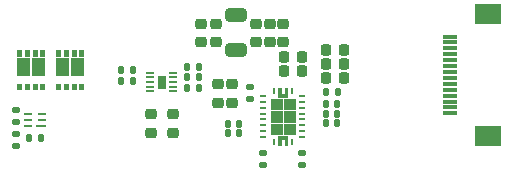
<source format=gbr>
%TF.GenerationSoftware,KiCad,Pcbnew,(5.99.0-12889-g70df3822b5)*%
%TF.CreationDate,2021-11-07T20:36:39+08:00*%
%TF.ProjectId,WirelessPower,57697265-6c65-4737-9350-6f7765722e6b,rev?*%
%TF.SameCoordinates,Original*%
%TF.FileFunction,Paste,Top*%
%TF.FilePolarity,Positive*%
%FSLAX46Y46*%
G04 Gerber Fmt 4.6, Leading zero omitted, Abs format (unit mm)*
G04 Created by KiCad (PCBNEW (5.99.0-12889-g70df3822b5)) date 2021-11-07 20:36:39*
%MOMM*%
%LPD*%
G01*
G04 APERTURE LIST*
G04 Aperture macros list*
%AMRoundRect*
0 Rectangle with rounded corners*
0 $1 Rounding radius*
0 $2 $3 $4 $5 $6 $7 $8 $9 X,Y pos of 4 corners*
0 Add a 4 corners polygon primitive as box body*
4,1,4,$2,$3,$4,$5,$6,$7,$8,$9,$2,$3,0*
0 Add four circle primitives for the rounded corners*
1,1,$1+$1,$2,$3*
1,1,$1+$1,$4,$5*
1,1,$1+$1,$6,$7*
1,1,$1+$1,$8,$9*
0 Add four rect primitives between the rounded corners*
20,1,$1+$1,$2,$3,$4,$5,0*
20,1,$1+$1,$4,$5,$6,$7,0*
20,1,$1+$1,$6,$7,$8,$9,0*
20,1,$1+$1,$8,$9,$2,$3,0*%
G04 Aperture macros list end*
%ADD10C,0.010000*%
%ADD11R,0.760000X0.220000*%
%ADD12R,0.240000X0.600000*%
%ADD13R,0.600000X0.240000*%
%ADD14RoundRect,0.225000X0.225000X0.250000X-0.225000X0.250000X-0.225000X-0.250000X0.225000X-0.250000X0*%
%ADD15RoundRect,0.225000X-0.250000X0.225000X-0.250000X-0.225000X0.250000X-0.225000X0.250000X0.225000X0*%
%ADD16RoundRect,0.225000X-0.225000X-0.250000X0.225000X-0.250000X0.225000X0.250000X-0.225000X0.250000X0*%
%ADD17RoundRect,0.249999X-0.650001X0.325001X-0.650001X-0.325001X0.650001X-0.325001X0.650001X0.325001X0*%
%ADD18R,1.300000X0.300000*%
%ADD19R,2.200000X1.800000*%
%ADD20RoundRect,0.140000X-0.140000X-0.170000X0.140000X-0.170000X0.140000X0.170000X-0.140000X0.170000X0*%
%ADD21RoundRect,0.140000X-0.170000X0.140000X-0.170000X-0.140000X0.170000X-0.140000X0.170000X0.140000X0*%
%ADD22RoundRect,0.135000X-0.135000X-0.185000X0.135000X-0.185000X0.135000X0.185000X-0.135000X0.185000X0*%
%ADD23RoundRect,0.135000X0.135000X0.185000X-0.135000X0.185000X-0.135000X-0.185000X0.135000X-0.185000X0*%
%ADD24RoundRect,0.135000X-0.185000X0.135000X-0.185000X-0.135000X0.185000X-0.135000X0.185000X0.135000X0*%
%ADD25RoundRect,0.135000X0.185000X-0.135000X0.185000X0.135000X-0.185000X0.135000X-0.185000X-0.135000X0*%
%ADD26RoundRect,0.225000X0.250000X-0.225000X0.250000X0.225000X-0.250000X0.225000X-0.250000X-0.225000X0*%
%ADD27RoundRect,0.140000X0.170000X-0.140000X0.170000X0.140000X-0.170000X0.140000X-0.170000X-0.140000X0*%
%ADD28R,0.850000X0.280000*%
%ADD29R,0.750000X0.280000*%
G04 APERTURE END LIST*
D10*
%TO.C,U5*%
X154055000Y-117034999D02*
X153485000Y-117034999D01*
X153485000Y-117034999D02*
X153485000Y-116084999D01*
X153485000Y-116084999D02*
X154055000Y-116084999D01*
X154055000Y-116084999D02*
X154055000Y-117034999D01*
G36*
X154055000Y-117034999D02*
G01*
X153485000Y-117034999D01*
X153485000Y-116084999D01*
X154055000Y-116084999D01*
X154055000Y-117034999D01*
G37*
X154055000Y-117034999D02*
X153485000Y-117034999D01*
X153485000Y-116084999D01*
X154055000Y-116084999D01*
X154055000Y-117034999D01*
%TO.C,U4*%
X142855000Y-115990000D02*
X142855000Y-114545000D01*
X142855000Y-114545000D02*
X143875000Y-114545000D01*
X143875000Y-114545000D02*
X143875000Y-115990000D01*
X143875000Y-115990000D02*
X142855000Y-115990000D01*
G36*
X143875000Y-115990000D02*
G01*
X142855000Y-115990000D01*
X142855000Y-114545000D01*
X143875000Y-114545000D01*
X143875000Y-115990000D01*
G37*
X143875000Y-115990000D02*
X142855000Y-115990000D01*
X142855000Y-114545000D01*
X143875000Y-114545000D01*
X143875000Y-115990000D01*
X141585000Y-117190000D02*
X141585000Y-116740000D01*
X141585000Y-116740000D02*
X141925000Y-116740000D01*
X141925000Y-116740000D02*
X141925000Y-117190000D01*
X141925000Y-117190000D02*
X141585000Y-117190000D01*
G36*
X141925000Y-117190000D02*
G01*
X141585000Y-117190000D01*
X141585000Y-116740000D01*
X141925000Y-116740000D01*
X141925000Y-117190000D01*
G37*
X141925000Y-117190000D02*
X141585000Y-117190000D01*
X141585000Y-116740000D01*
X141925000Y-116740000D01*
X141925000Y-117190000D01*
X142235000Y-117190000D02*
X142235000Y-116740000D01*
X142235000Y-116740000D02*
X142575000Y-116740000D01*
X142575000Y-116740000D02*
X142575000Y-117190000D01*
X142575000Y-117190000D02*
X142235000Y-117190000D01*
G36*
X142575000Y-117190000D02*
G01*
X142235000Y-117190000D01*
X142235000Y-116740000D01*
X142575000Y-116740000D01*
X142575000Y-117190000D01*
G37*
X142575000Y-117190000D02*
X142235000Y-117190000D01*
X142235000Y-116740000D01*
X142575000Y-116740000D01*
X142575000Y-117190000D01*
X143535000Y-117190000D02*
X143535000Y-116740000D01*
X143535000Y-116740000D02*
X143875000Y-116740000D01*
X143875000Y-116740000D02*
X143875000Y-117190000D01*
X143875000Y-117190000D02*
X143535000Y-117190000D01*
G36*
X143875000Y-117190000D02*
G01*
X143535000Y-117190000D01*
X143535000Y-116740000D01*
X143875000Y-116740000D01*
X143875000Y-117190000D01*
G37*
X143875000Y-117190000D02*
X143535000Y-117190000D01*
X143535000Y-116740000D01*
X143875000Y-116740000D01*
X143875000Y-117190000D01*
X142885000Y-117190000D02*
X142885000Y-116740000D01*
X142885000Y-116740000D02*
X143225000Y-116740000D01*
X143225000Y-116740000D02*
X143225000Y-117190000D01*
X143225000Y-117190000D02*
X142885000Y-117190000D01*
G36*
X143225000Y-117190000D02*
G01*
X142885000Y-117190000D01*
X142885000Y-116740000D01*
X143225000Y-116740000D01*
X143225000Y-117190000D01*
G37*
X143225000Y-117190000D02*
X142885000Y-117190000D01*
X142885000Y-116740000D01*
X143225000Y-116740000D01*
X143225000Y-117190000D01*
X143535000Y-114320000D02*
X143535000Y-113870000D01*
X143535000Y-113870000D02*
X143875000Y-113870000D01*
X143875000Y-113870000D02*
X143875000Y-114320000D01*
X143875000Y-114320000D02*
X143535000Y-114320000D01*
G36*
X143875000Y-114320000D02*
G01*
X143535000Y-114320000D01*
X143535000Y-113870000D01*
X143875000Y-113870000D01*
X143875000Y-114320000D01*
G37*
X143875000Y-114320000D02*
X143535000Y-114320000D01*
X143535000Y-113870000D01*
X143875000Y-113870000D01*
X143875000Y-114320000D01*
X142885000Y-114320000D02*
X142885000Y-113870000D01*
X142885000Y-113870000D02*
X143225000Y-113870000D01*
X143225000Y-113870000D02*
X143225000Y-114320000D01*
X143225000Y-114320000D02*
X142885000Y-114320000D01*
G36*
X143225000Y-114320000D02*
G01*
X142885000Y-114320000D01*
X142885000Y-113870000D01*
X143225000Y-113870000D01*
X143225000Y-114320000D01*
G37*
X143225000Y-114320000D02*
X142885000Y-114320000D01*
X142885000Y-113870000D01*
X143225000Y-113870000D01*
X143225000Y-114320000D01*
X141585000Y-114320000D02*
X141585000Y-113870000D01*
X141585000Y-113870000D02*
X141925000Y-113870000D01*
X141925000Y-113870000D02*
X141925000Y-114320000D01*
X141925000Y-114320000D02*
X141585000Y-114320000D01*
G36*
X141925000Y-114320000D02*
G01*
X141585000Y-114320000D01*
X141585000Y-113870000D01*
X141925000Y-113870000D01*
X141925000Y-114320000D01*
G37*
X141925000Y-114320000D02*
X141585000Y-114320000D01*
X141585000Y-113870000D01*
X141925000Y-113870000D01*
X141925000Y-114320000D01*
X142235000Y-114320000D02*
X142235000Y-113870000D01*
X142235000Y-113870000D02*
X142575000Y-113870000D01*
X142575000Y-113870000D02*
X142575000Y-114320000D01*
X142575000Y-114320000D02*
X142235000Y-114320000D01*
G36*
X142575000Y-114320000D02*
G01*
X142235000Y-114320000D01*
X142235000Y-113870000D01*
X142575000Y-113870000D01*
X142575000Y-114320000D01*
G37*
X142575000Y-114320000D02*
X142235000Y-114320000D01*
X142235000Y-113870000D01*
X142575000Y-113870000D01*
X142575000Y-114320000D01*
X141585000Y-115990000D02*
X141585000Y-114545000D01*
X141585000Y-114545000D02*
X142605000Y-114545000D01*
X142605000Y-114545000D02*
X142605000Y-115990000D01*
X142605000Y-115990000D02*
X141585000Y-115990000D01*
G36*
X142605000Y-115990000D02*
G01*
X141585000Y-115990000D01*
X141585000Y-114545000D01*
X142605000Y-114545000D01*
X142605000Y-115990000D01*
G37*
X142605000Y-115990000D02*
X141585000Y-115990000D01*
X141585000Y-114545000D01*
X142605000Y-114545000D01*
X142605000Y-115990000D01*
%TO.C,U3*%
X144895000Y-115989999D02*
X144895000Y-114544999D01*
X144895000Y-114544999D02*
X145915000Y-114544999D01*
X145915000Y-114544999D02*
X145915000Y-115989999D01*
X145915000Y-115989999D02*
X144895000Y-115989999D01*
G36*
X145915000Y-115989999D02*
G01*
X144895000Y-115989999D01*
X144895000Y-114544999D01*
X145915000Y-114544999D01*
X145915000Y-115989999D01*
G37*
X145915000Y-115989999D02*
X144895000Y-115989999D01*
X144895000Y-114544999D01*
X145915000Y-114544999D01*
X145915000Y-115989999D01*
X145545000Y-114319999D02*
X145545000Y-113869999D01*
X145545000Y-113869999D02*
X145885000Y-113869999D01*
X145885000Y-113869999D02*
X145885000Y-114319999D01*
X145885000Y-114319999D02*
X145545000Y-114319999D01*
G36*
X145885000Y-114319999D02*
G01*
X145545000Y-114319999D01*
X145545000Y-113869999D01*
X145885000Y-113869999D01*
X145885000Y-114319999D01*
G37*
X145885000Y-114319999D02*
X145545000Y-114319999D01*
X145545000Y-113869999D01*
X145885000Y-113869999D01*
X145885000Y-114319999D01*
X144895000Y-114319999D02*
X144895000Y-113869999D01*
X144895000Y-113869999D02*
X145235000Y-113869999D01*
X145235000Y-113869999D02*
X145235000Y-114319999D01*
X145235000Y-114319999D02*
X144895000Y-114319999D01*
G36*
X145235000Y-114319999D02*
G01*
X144895000Y-114319999D01*
X144895000Y-113869999D01*
X145235000Y-113869999D01*
X145235000Y-114319999D01*
G37*
X145235000Y-114319999D02*
X144895000Y-114319999D01*
X144895000Y-113869999D01*
X145235000Y-113869999D01*
X145235000Y-114319999D01*
X146195000Y-114319999D02*
X146195000Y-113869999D01*
X146195000Y-113869999D02*
X146535000Y-113869999D01*
X146535000Y-113869999D02*
X146535000Y-114319999D01*
X146535000Y-114319999D02*
X146195000Y-114319999D01*
G36*
X146535000Y-114319999D02*
G01*
X146195000Y-114319999D01*
X146195000Y-113869999D01*
X146535000Y-113869999D01*
X146535000Y-114319999D01*
G37*
X146535000Y-114319999D02*
X146195000Y-114319999D01*
X146195000Y-113869999D01*
X146535000Y-113869999D01*
X146535000Y-114319999D01*
X146845000Y-114319999D02*
X146845000Y-113869999D01*
X146845000Y-113869999D02*
X147185000Y-113869999D01*
X147185000Y-113869999D02*
X147185000Y-114319999D01*
X147185000Y-114319999D02*
X146845000Y-114319999D01*
G36*
X147185000Y-114319999D02*
G01*
X146845000Y-114319999D01*
X146845000Y-113869999D01*
X147185000Y-113869999D01*
X147185000Y-114319999D01*
G37*
X147185000Y-114319999D02*
X146845000Y-114319999D01*
X146845000Y-113869999D01*
X147185000Y-113869999D01*
X147185000Y-114319999D01*
X146195000Y-117189999D02*
X146195000Y-116739999D01*
X146195000Y-116739999D02*
X146535000Y-116739999D01*
X146535000Y-116739999D02*
X146535000Y-117189999D01*
X146535000Y-117189999D02*
X146195000Y-117189999D01*
G36*
X146535000Y-117189999D02*
G01*
X146195000Y-117189999D01*
X146195000Y-116739999D01*
X146535000Y-116739999D01*
X146535000Y-117189999D01*
G37*
X146535000Y-117189999D02*
X146195000Y-117189999D01*
X146195000Y-116739999D01*
X146535000Y-116739999D01*
X146535000Y-117189999D01*
X146845000Y-117189999D02*
X146845000Y-116739999D01*
X146845000Y-116739999D02*
X147185000Y-116739999D01*
X147185000Y-116739999D02*
X147185000Y-117189999D01*
X147185000Y-117189999D02*
X146845000Y-117189999D01*
G36*
X147185000Y-117189999D02*
G01*
X146845000Y-117189999D01*
X146845000Y-116739999D01*
X147185000Y-116739999D01*
X147185000Y-117189999D01*
G37*
X147185000Y-117189999D02*
X146845000Y-117189999D01*
X146845000Y-116739999D01*
X147185000Y-116739999D01*
X147185000Y-117189999D01*
X145545000Y-117189999D02*
X145545000Y-116739999D01*
X145545000Y-116739999D02*
X145885000Y-116739999D01*
X145885000Y-116739999D02*
X145885000Y-117189999D01*
X145885000Y-117189999D02*
X145545000Y-117189999D01*
G36*
X145885000Y-117189999D02*
G01*
X145545000Y-117189999D01*
X145545000Y-116739999D01*
X145885000Y-116739999D01*
X145885000Y-117189999D01*
G37*
X145885000Y-117189999D02*
X145545000Y-117189999D01*
X145545000Y-116739999D01*
X145885000Y-116739999D01*
X145885000Y-117189999D01*
X144895000Y-117189999D02*
X144895000Y-116739999D01*
X144895000Y-116739999D02*
X145235000Y-116739999D01*
X145235000Y-116739999D02*
X145235000Y-117189999D01*
X145235000Y-117189999D02*
X144895000Y-117189999D01*
G36*
X145235000Y-117189999D02*
G01*
X144895000Y-117189999D01*
X144895000Y-116739999D01*
X145235000Y-116739999D01*
X145235000Y-117189999D01*
G37*
X145235000Y-117189999D02*
X144895000Y-117189999D01*
X144895000Y-116739999D01*
X145235000Y-116739999D01*
X145235000Y-117189999D01*
X146165000Y-115989999D02*
X146165000Y-114544999D01*
X146165000Y-114544999D02*
X147185000Y-114544999D01*
X147185000Y-114544999D02*
X147185000Y-115989999D01*
X147185000Y-115989999D02*
X146165000Y-115989999D01*
G36*
X147185000Y-115989999D02*
G01*
X146165000Y-115989999D01*
X146165000Y-114544999D01*
X147185000Y-114544999D01*
X147185000Y-115989999D01*
G37*
X147185000Y-115989999D02*
X146165000Y-115989999D01*
X146165000Y-114544999D01*
X147185000Y-114544999D01*
X147185000Y-115989999D01*
%TO.C,U2*%
X164445000Y-121155000D02*
X164445000Y-121880000D01*
X164445000Y-121880000D02*
X164444931Y-121882617D01*
X164444931Y-121882617D02*
X164444726Y-121885226D01*
X164444726Y-121885226D02*
X164444384Y-121887822D01*
X164444384Y-121887822D02*
X164443907Y-121890396D01*
X164443907Y-121890396D02*
X164443296Y-121892941D01*
X164443296Y-121892941D02*
X164442553Y-121895451D01*
X164442553Y-121895451D02*
X164441679Y-121897918D01*
X164441679Y-121897918D02*
X164440677Y-121900337D01*
X164440677Y-121900337D02*
X164439550Y-121902700D01*
X164439550Y-121902700D02*
X164438301Y-121905000D01*
X164438301Y-121905000D02*
X164436934Y-121907232D01*
X164436934Y-121907232D02*
X164435451Y-121909389D01*
X164435451Y-121909389D02*
X164433857Y-121911466D01*
X164433857Y-121911466D02*
X164432157Y-121913457D01*
X164432157Y-121913457D02*
X164430355Y-121915355D01*
X164430355Y-121915355D02*
X164428457Y-121917157D01*
X164428457Y-121917157D02*
X164426466Y-121918857D01*
X164426466Y-121918857D02*
X164424389Y-121920451D01*
X164424389Y-121920451D02*
X164422232Y-121921934D01*
X164422232Y-121921934D02*
X164420000Y-121923301D01*
X164420000Y-121923301D02*
X164417700Y-121924550D01*
X164417700Y-121924550D02*
X164415337Y-121925677D01*
X164415337Y-121925677D02*
X164412918Y-121926679D01*
X164412918Y-121926679D02*
X164410451Y-121927553D01*
X164410451Y-121927553D02*
X164407941Y-121928296D01*
X164407941Y-121928296D02*
X164405396Y-121928907D01*
X164405396Y-121928907D02*
X164402822Y-121929384D01*
X164402822Y-121929384D02*
X164400226Y-121929726D01*
X164400226Y-121929726D02*
X164397617Y-121929931D01*
X164397617Y-121929931D02*
X164395000Y-121930000D01*
X164395000Y-121930000D02*
X164295000Y-121930000D01*
X164295000Y-121930000D02*
X164292383Y-121929931D01*
X164292383Y-121929931D02*
X164289774Y-121929726D01*
X164289774Y-121929726D02*
X164287178Y-121929384D01*
X164287178Y-121929384D02*
X164284604Y-121928907D01*
X164284604Y-121928907D02*
X164282059Y-121928296D01*
X164282059Y-121928296D02*
X164279549Y-121927553D01*
X164279549Y-121927553D02*
X164277082Y-121926679D01*
X164277082Y-121926679D02*
X164274663Y-121925677D01*
X164274663Y-121925677D02*
X164272300Y-121924550D01*
X164272300Y-121924550D02*
X164270000Y-121923301D01*
X164270000Y-121923301D02*
X164267768Y-121921934D01*
X164267768Y-121921934D02*
X164265611Y-121920451D01*
X164265611Y-121920451D02*
X164263534Y-121918857D01*
X164263534Y-121918857D02*
X164261543Y-121917157D01*
X164261543Y-121917157D02*
X164259645Y-121915355D01*
X164259645Y-121915355D02*
X164257843Y-121913457D01*
X164257843Y-121913457D02*
X164256143Y-121911466D01*
X164256143Y-121911466D02*
X164254549Y-121909389D01*
X164254549Y-121909389D02*
X164253066Y-121907232D01*
X164253066Y-121907232D02*
X164251699Y-121905000D01*
X164251699Y-121905000D02*
X164250450Y-121902700D01*
X164250450Y-121902700D02*
X164249323Y-121900337D01*
X164249323Y-121900337D02*
X164248321Y-121897918D01*
X164248321Y-121897918D02*
X164247447Y-121895451D01*
X164247447Y-121895451D02*
X164246704Y-121892941D01*
X164246704Y-121892941D02*
X164246093Y-121890396D01*
X164246093Y-121890396D02*
X164245616Y-121887822D01*
X164245616Y-121887822D02*
X164245274Y-121885226D01*
X164245274Y-121885226D02*
X164245069Y-121882617D01*
X164245069Y-121882617D02*
X164245000Y-121880000D01*
X164245000Y-121880000D02*
X164245000Y-121405000D01*
X164245000Y-121405000D02*
X163895000Y-121405000D01*
X163895000Y-121405000D02*
X163895000Y-121880000D01*
X163895000Y-121880000D02*
X163894931Y-121882617D01*
X163894931Y-121882617D02*
X163894726Y-121885226D01*
X163894726Y-121885226D02*
X163894384Y-121887822D01*
X163894384Y-121887822D02*
X163893907Y-121890396D01*
X163893907Y-121890396D02*
X163893296Y-121892941D01*
X163893296Y-121892941D02*
X163892553Y-121895451D01*
X163892553Y-121895451D02*
X163891679Y-121897918D01*
X163891679Y-121897918D02*
X163890677Y-121900337D01*
X163890677Y-121900337D02*
X163889550Y-121902700D01*
X163889550Y-121902700D02*
X163888301Y-121905000D01*
X163888301Y-121905000D02*
X163886934Y-121907232D01*
X163886934Y-121907232D02*
X163885451Y-121909389D01*
X163885451Y-121909389D02*
X163883857Y-121911466D01*
X163883857Y-121911466D02*
X163882157Y-121913457D01*
X163882157Y-121913457D02*
X163880355Y-121915355D01*
X163880355Y-121915355D02*
X163878457Y-121917157D01*
X163878457Y-121917157D02*
X163876466Y-121918857D01*
X163876466Y-121918857D02*
X163874389Y-121920451D01*
X163874389Y-121920451D02*
X163872232Y-121921934D01*
X163872232Y-121921934D02*
X163870000Y-121923301D01*
X163870000Y-121923301D02*
X163867700Y-121924550D01*
X163867700Y-121924550D02*
X163865337Y-121925677D01*
X163865337Y-121925677D02*
X163862918Y-121926679D01*
X163862918Y-121926679D02*
X163860451Y-121927553D01*
X163860451Y-121927553D02*
X163857941Y-121928296D01*
X163857941Y-121928296D02*
X163855396Y-121928907D01*
X163855396Y-121928907D02*
X163852822Y-121929384D01*
X163852822Y-121929384D02*
X163850226Y-121929726D01*
X163850226Y-121929726D02*
X163847617Y-121929931D01*
X163847617Y-121929931D02*
X163845000Y-121930000D01*
X163845000Y-121930000D02*
X163745000Y-121930000D01*
X163745000Y-121930000D02*
X163742383Y-121929931D01*
X163742383Y-121929931D02*
X163739774Y-121929726D01*
X163739774Y-121929726D02*
X163737178Y-121929384D01*
X163737178Y-121929384D02*
X163734604Y-121928907D01*
X163734604Y-121928907D02*
X163732059Y-121928296D01*
X163732059Y-121928296D02*
X163729549Y-121927553D01*
X163729549Y-121927553D02*
X163727082Y-121926679D01*
X163727082Y-121926679D02*
X163724663Y-121925677D01*
X163724663Y-121925677D02*
X163722300Y-121924550D01*
X163722300Y-121924550D02*
X163720000Y-121923301D01*
X163720000Y-121923301D02*
X163717768Y-121921934D01*
X163717768Y-121921934D02*
X163715611Y-121920451D01*
X163715611Y-121920451D02*
X163713534Y-121918857D01*
X163713534Y-121918857D02*
X163711543Y-121917157D01*
X163711543Y-121917157D02*
X163709645Y-121915355D01*
X163709645Y-121915355D02*
X163707843Y-121913457D01*
X163707843Y-121913457D02*
X163706143Y-121911466D01*
X163706143Y-121911466D02*
X163704549Y-121909389D01*
X163704549Y-121909389D02*
X163703066Y-121907232D01*
X163703066Y-121907232D02*
X163701699Y-121905000D01*
X163701699Y-121905000D02*
X163700450Y-121902700D01*
X163700450Y-121902700D02*
X163699323Y-121900337D01*
X163699323Y-121900337D02*
X163698321Y-121897918D01*
X163698321Y-121897918D02*
X163697447Y-121895451D01*
X163697447Y-121895451D02*
X163696704Y-121892941D01*
X163696704Y-121892941D02*
X163696093Y-121890396D01*
X163696093Y-121890396D02*
X163695616Y-121887822D01*
X163695616Y-121887822D02*
X163695274Y-121885226D01*
X163695274Y-121885226D02*
X163695069Y-121882617D01*
X163695069Y-121882617D02*
X163695000Y-121880000D01*
X163695000Y-121880000D02*
X163695000Y-121155000D01*
X163695000Y-121155000D02*
X164445000Y-121155000D01*
X164445000Y-121155000D02*
X164445000Y-121155000D01*
G36*
X164445000Y-121880000D02*
G01*
X164444931Y-121882617D01*
X164444726Y-121885226D01*
X164444384Y-121887822D01*
X164443907Y-121890396D01*
X164443296Y-121892941D01*
X164442553Y-121895451D01*
X164441679Y-121897918D01*
X164440677Y-121900337D01*
X164439550Y-121902700D01*
X164438301Y-121905000D01*
X164436934Y-121907232D01*
X164435451Y-121909389D01*
X164433857Y-121911466D01*
X164432157Y-121913457D01*
X164430355Y-121915355D01*
X164428457Y-121917157D01*
X164426466Y-121918857D01*
X164424389Y-121920451D01*
X164422232Y-121921934D01*
X164420000Y-121923301D01*
X164417700Y-121924550D01*
X164415337Y-121925677D01*
X164412918Y-121926679D01*
X164410451Y-121927553D01*
X164407941Y-121928296D01*
X164405396Y-121928907D01*
X164402822Y-121929384D01*
X164400226Y-121929726D01*
X164397617Y-121929931D01*
X164395000Y-121930000D01*
X164295000Y-121930000D01*
X164292383Y-121929931D01*
X164289774Y-121929726D01*
X164287178Y-121929384D01*
X164284604Y-121928907D01*
X164282059Y-121928296D01*
X164279549Y-121927553D01*
X164277082Y-121926679D01*
X164274663Y-121925677D01*
X164272300Y-121924550D01*
X164270000Y-121923301D01*
X164267768Y-121921934D01*
X164265611Y-121920451D01*
X164263534Y-121918857D01*
X164261543Y-121917157D01*
X164259645Y-121915355D01*
X164257843Y-121913457D01*
X164256143Y-121911466D01*
X164254549Y-121909389D01*
X164253066Y-121907232D01*
X164251699Y-121905000D01*
X164250450Y-121902700D01*
X164249323Y-121900337D01*
X164248321Y-121897918D01*
X164247447Y-121895451D01*
X164246704Y-121892941D01*
X164246093Y-121890396D01*
X164245616Y-121887822D01*
X164245274Y-121885226D01*
X164245069Y-121882617D01*
X164245000Y-121880000D01*
X164245000Y-121405000D01*
X163895000Y-121405000D01*
X163895000Y-121880000D01*
X163894931Y-121882617D01*
X163894726Y-121885226D01*
X163894384Y-121887822D01*
X163893907Y-121890396D01*
X163893296Y-121892941D01*
X163892553Y-121895451D01*
X163891679Y-121897918D01*
X163890677Y-121900337D01*
X163889550Y-121902700D01*
X163888301Y-121905000D01*
X163886934Y-121907232D01*
X163885451Y-121909389D01*
X163883857Y-121911466D01*
X163882157Y-121913457D01*
X163880355Y-121915355D01*
X163878457Y-121917157D01*
X163876466Y-121918857D01*
X163874389Y-121920451D01*
X163872232Y-121921934D01*
X163870000Y-121923301D01*
X163867700Y-121924550D01*
X163865337Y-121925677D01*
X163862918Y-121926679D01*
X163860451Y-121927553D01*
X163857941Y-121928296D01*
X163855396Y-121928907D01*
X163852822Y-121929384D01*
X163850226Y-121929726D01*
X163847617Y-121929931D01*
X163845000Y-121930000D01*
X163745000Y-121930000D01*
X163742383Y-121929931D01*
X163739774Y-121929726D01*
X163737178Y-121929384D01*
X163734604Y-121928907D01*
X163732059Y-121928296D01*
X163729549Y-121927553D01*
X163727082Y-121926679D01*
X163724663Y-121925677D01*
X163722300Y-121924550D01*
X163720000Y-121923301D01*
X163717768Y-121921934D01*
X163715611Y-121920451D01*
X163713534Y-121918857D01*
X163711543Y-121917157D01*
X163709645Y-121915355D01*
X163707843Y-121913457D01*
X163706143Y-121911466D01*
X163704549Y-121909389D01*
X163703066Y-121907232D01*
X163701699Y-121905000D01*
X163700450Y-121902700D01*
X163699323Y-121900337D01*
X163698321Y-121897918D01*
X163697447Y-121895451D01*
X163696704Y-121892941D01*
X163696093Y-121890396D01*
X163695616Y-121887822D01*
X163695274Y-121885226D01*
X163695069Y-121882617D01*
X163695000Y-121880000D01*
X163695000Y-121155000D01*
X164445000Y-121155000D01*
X164445000Y-121880000D01*
G37*
X164445000Y-121880000D02*
X164444931Y-121882617D01*
X164444726Y-121885226D01*
X164444384Y-121887822D01*
X164443907Y-121890396D01*
X164443296Y-121892941D01*
X164442553Y-121895451D01*
X164441679Y-121897918D01*
X164440677Y-121900337D01*
X164439550Y-121902700D01*
X164438301Y-121905000D01*
X164436934Y-121907232D01*
X164435451Y-121909389D01*
X164433857Y-121911466D01*
X164432157Y-121913457D01*
X164430355Y-121915355D01*
X164428457Y-121917157D01*
X164426466Y-121918857D01*
X164424389Y-121920451D01*
X164422232Y-121921934D01*
X164420000Y-121923301D01*
X164417700Y-121924550D01*
X164415337Y-121925677D01*
X164412918Y-121926679D01*
X164410451Y-121927553D01*
X164407941Y-121928296D01*
X164405396Y-121928907D01*
X164402822Y-121929384D01*
X164400226Y-121929726D01*
X164397617Y-121929931D01*
X164395000Y-121930000D01*
X164295000Y-121930000D01*
X164292383Y-121929931D01*
X164289774Y-121929726D01*
X164287178Y-121929384D01*
X164284604Y-121928907D01*
X164282059Y-121928296D01*
X164279549Y-121927553D01*
X164277082Y-121926679D01*
X164274663Y-121925677D01*
X164272300Y-121924550D01*
X164270000Y-121923301D01*
X164267768Y-121921934D01*
X164265611Y-121920451D01*
X164263534Y-121918857D01*
X164261543Y-121917157D01*
X164259645Y-121915355D01*
X164257843Y-121913457D01*
X164256143Y-121911466D01*
X164254549Y-121909389D01*
X164253066Y-121907232D01*
X164251699Y-121905000D01*
X164250450Y-121902700D01*
X164249323Y-121900337D01*
X164248321Y-121897918D01*
X164247447Y-121895451D01*
X164246704Y-121892941D01*
X164246093Y-121890396D01*
X164245616Y-121887822D01*
X164245274Y-121885226D01*
X164245069Y-121882617D01*
X164245000Y-121880000D01*
X164245000Y-121405000D01*
X163895000Y-121405000D01*
X163895000Y-121880000D01*
X163894931Y-121882617D01*
X163894726Y-121885226D01*
X163894384Y-121887822D01*
X163893907Y-121890396D01*
X163893296Y-121892941D01*
X163892553Y-121895451D01*
X163891679Y-121897918D01*
X163890677Y-121900337D01*
X163889550Y-121902700D01*
X163888301Y-121905000D01*
X163886934Y-121907232D01*
X163885451Y-121909389D01*
X163883857Y-121911466D01*
X163882157Y-121913457D01*
X163880355Y-121915355D01*
X163878457Y-121917157D01*
X163876466Y-121918857D01*
X163874389Y-121920451D01*
X163872232Y-121921934D01*
X163870000Y-121923301D01*
X163867700Y-121924550D01*
X163865337Y-121925677D01*
X163862918Y-121926679D01*
X163860451Y-121927553D01*
X163857941Y-121928296D01*
X163855396Y-121928907D01*
X163852822Y-121929384D01*
X163850226Y-121929726D01*
X163847617Y-121929931D01*
X163845000Y-121930000D01*
X163745000Y-121930000D01*
X163742383Y-121929931D01*
X163739774Y-121929726D01*
X163737178Y-121929384D01*
X163734604Y-121928907D01*
X163732059Y-121928296D01*
X163729549Y-121927553D01*
X163727082Y-121926679D01*
X163724663Y-121925677D01*
X163722300Y-121924550D01*
X163720000Y-121923301D01*
X163717768Y-121921934D01*
X163715611Y-121920451D01*
X163713534Y-121918857D01*
X163711543Y-121917157D01*
X163709645Y-121915355D01*
X163707843Y-121913457D01*
X163706143Y-121911466D01*
X163704549Y-121909389D01*
X163703066Y-121907232D01*
X163701699Y-121905000D01*
X163700450Y-121902700D01*
X163699323Y-121900337D01*
X163698321Y-121897918D01*
X163697447Y-121895451D01*
X163696704Y-121892941D01*
X163696093Y-121890396D01*
X163695616Y-121887822D01*
X163695274Y-121885226D01*
X163695069Y-121882617D01*
X163695000Y-121880000D01*
X163695000Y-121155000D01*
X164445000Y-121155000D01*
X164445000Y-121880000D01*
X163695000Y-117805000D02*
X163695000Y-117080000D01*
X163695000Y-117080000D02*
X163695069Y-117077383D01*
X163695069Y-117077383D02*
X163695274Y-117074774D01*
X163695274Y-117074774D02*
X163695616Y-117072178D01*
X163695616Y-117072178D02*
X163696093Y-117069604D01*
X163696093Y-117069604D02*
X163696704Y-117067059D01*
X163696704Y-117067059D02*
X163697447Y-117064549D01*
X163697447Y-117064549D02*
X163698321Y-117062082D01*
X163698321Y-117062082D02*
X163699323Y-117059663D01*
X163699323Y-117059663D02*
X163700450Y-117057300D01*
X163700450Y-117057300D02*
X163701699Y-117055000D01*
X163701699Y-117055000D02*
X163703066Y-117052768D01*
X163703066Y-117052768D02*
X163704549Y-117050611D01*
X163704549Y-117050611D02*
X163706143Y-117048534D01*
X163706143Y-117048534D02*
X163707843Y-117046543D01*
X163707843Y-117046543D02*
X163709645Y-117044645D01*
X163709645Y-117044645D02*
X163711543Y-117042843D01*
X163711543Y-117042843D02*
X163713534Y-117041143D01*
X163713534Y-117041143D02*
X163715611Y-117039549D01*
X163715611Y-117039549D02*
X163717768Y-117038066D01*
X163717768Y-117038066D02*
X163720000Y-117036699D01*
X163720000Y-117036699D02*
X163722300Y-117035450D01*
X163722300Y-117035450D02*
X163724663Y-117034323D01*
X163724663Y-117034323D02*
X163727082Y-117033321D01*
X163727082Y-117033321D02*
X163729549Y-117032447D01*
X163729549Y-117032447D02*
X163732059Y-117031704D01*
X163732059Y-117031704D02*
X163734604Y-117031093D01*
X163734604Y-117031093D02*
X163737178Y-117030616D01*
X163737178Y-117030616D02*
X163739774Y-117030274D01*
X163739774Y-117030274D02*
X163742383Y-117030069D01*
X163742383Y-117030069D02*
X163745000Y-117030000D01*
X163745000Y-117030000D02*
X163845000Y-117030000D01*
X163845000Y-117030000D02*
X163847617Y-117030069D01*
X163847617Y-117030069D02*
X163850226Y-117030274D01*
X163850226Y-117030274D02*
X163852822Y-117030616D01*
X163852822Y-117030616D02*
X163855396Y-117031093D01*
X163855396Y-117031093D02*
X163857941Y-117031704D01*
X163857941Y-117031704D02*
X163860451Y-117032447D01*
X163860451Y-117032447D02*
X163862918Y-117033321D01*
X163862918Y-117033321D02*
X163865337Y-117034323D01*
X163865337Y-117034323D02*
X163867700Y-117035450D01*
X163867700Y-117035450D02*
X163870000Y-117036699D01*
X163870000Y-117036699D02*
X163872232Y-117038066D01*
X163872232Y-117038066D02*
X163874389Y-117039549D01*
X163874389Y-117039549D02*
X163876466Y-117041143D01*
X163876466Y-117041143D02*
X163878457Y-117042843D01*
X163878457Y-117042843D02*
X163880355Y-117044645D01*
X163880355Y-117044645D02*
X163882157Y-117046543D01*
X163882157Y-117046543D02*
X163883857Y-117048534D01*
X163883857Y-117048534D02*
X163885451Y-117050611D01*
X163885451Y-117050611D02*
X163886934Y-117052768D01*
X163886934Y-117052768D02*
X163888301Y-117055000D01*
X163888301Y-117055000D02*
X163889550Y-117057300D01*
X163889550Y-117057300D02*
X163890677Y-117059663D01*
X163890677Y-117059663D02*
X163891679Y-117062082D01*
X163891679Y-117062082D02*
X163892553Y-117064549D01*
X163892553Y-117064549D02*
X163893296Y-117067059D01*
X163893296Y-117067059D02*
X163893907Y-117069604D01*
X163893907Y-117069604D02*
X163894384Y-117072178D01*
X163894384Y-117072178D02*
X163894726Y-117074774D01*
X163894726Y-117074774D02*
X163894931Y-117077383D01*
X163894931Y-117077383D02*
X163895000Y-117080000D01*
X163895000Y-117080000D02*
X163895000Y-117555000D01*
X163895000Y-117555000D02*
X164245000Y-117555000D01*
X164245000Y-117555000D02*
X164245000Y-117080000D01*
X164245000Y-117080000D02*
X164245069Y-117077383D01*
X164245069Y-117077383D02*
X164245274Y-117074774D01*
X164245274Y-117074774D02*
X164245616Y-117072178D01*
X164245616Y-117072178D02*
X164246093Y-117069604D01*
X164246093Y-117069604D02*
X164246704Y-117067059D01*
X164246704Y-117067059D02*
X164247447Y-117064549D01*
X164247447Y-117064549D02*
X164248321Y-117062082D01*
X164248321Y-117062082D02*
X164249323Y-117059663D01*
X164249323Y-117059663D02*
X164250450Y-117057300D01*
X164250450Y-117057300D02*
X164251699Y-117055000D01*
X164251699Y-117055000D02*
X164253066Y-117052768D01*
X164253066Y-117052768D02*
X164254549Y-117050611D01*
X164254549Y-117050611D02*
X164256143Y-117048534D01*
X164256143Y-117048534D02*
X164257843Y-117046543D01*
X164257843Y-117046543D02*
X164259645Y-117044645D01*
X164259645Y-117044645D02*
X164261543Y-117042843D01*
X164261543Y-117042843D02*
X164263534Y-117041143D01*
X164263534Y-117041143D02*
X164265611Y-117039549D01*
X164265611Y-117039549D02*
X164267768Y-117038066D01*
X164267768Y-117038066D02*
X164270000Y-117036699D01*
X164270000Y-117036699D02*
X164272300Y-117035450D01*
X164272300Y-117035450D02*
X164274663Y-117034323D01*
X164274663Y-117034323D02*
X164277082Y-117033321D01*
X164277082Y-117033321D02*
X164279549Y-117032447D01*
X164279549Y-117032447D02*
X164282059Y-117031704D01*
X164282059Y-117031704D02*
X164284604Y-117031093D01*
X164284604Y-117031093D02*
X164287178Y-117030616D01*
X164287178Y-117030616D02*
X164289774Y-117030274D01*
X164289774Y-117030274D02*
X164292383Y-117030069D01*
X164292383Y-117030069D02*
X164295000Y-117030000D01*
X164295000Y-117030000D02*
X164395000Y-117030000D01*
X164395000Y-117030000D02*
X164397617Y-117030069D01*
X164397617Y-117030069D02*
X164400226Y-117030274D01*
X164400226Y-117030274D02*
X164402822Y-117030616D01*
X164402822Y-117030616D02*
X164405396Y-117031093D01*
X164405396Y-117031093D02*
X164407941Y-117031704D01*
X164407941Y-117031704D02*
X164410451Y-117032447D01*
X164410451Y-117032447D02*
X164412918Y-117033321D01*
X164412918Y-117033321D02*
X164415337Y-117034323D01*
X164415337Y-117034323D02*
X164417700Y-117035450D01*
X164417700Y-117035450D02*
X164420000Y-117036699D01*
X164420000Y-117036699D02*
X164422232Y-117038066D01*
X164422232Y-117038066D02*
X164424389Y-117039549D01*
X164424389Y-117039549D02*
X164426466Y-117041143D01*
X164426466Y-117041143D02*
X164428457Y-117042843D01*
X164428457Y-117042843D02*
X164430355Y-117044645D01*
X164430355Y-117044645D02*
X164432157Y-117046543D01*
X164432157Y-117046543D02*
X164433857Y-117048534D01*
X164433857Y-117048534D02*
X164435451Y-117050611D01*
X164435451Y-117050611D02*
X164436934Y-117052768D01*
X164436934Y-117052768D02*
X164438301Y-117055000D01*
X164438301Y-117055000D02*
X164439550Y-117057300D01*
X164439550Y-117057300D02*
X164440677Y-117059663D01*
X164440677Y-117059663D02*
X164441679Y-117062082D01*
X164441679Y-117062082D02*
X164442553Y-117064549D01*
X164442553Y-117064549D02*
X164443296Y-117067059D01*
X164443296Y-117067059D02*
X164443907Y-117069604D01*
X164443907Y-117069604D02*
X164444384Y-117072178D01*
X164444384Y-117072178D02*
X164444726Y-117074774D01*
X164444726Y-117074774D02*
X164444931Y-117077383D01*
X164444931Y-117077383D02*
X164445000Y-117080000D01*
X164445000Y-117080000D02*
X164445000Y-117805000D01*
X164445000Y-117805000D02*
X163695000Y-117805000D01*
X163695000Y-117805000D02*
X163695000Y-117805000D01*
G36*
X163847617Y-117030069D02*
G01*
X163850226Y-117030274D01*
X163852822Y-117030616D01*
X163855396Y-117031093D01*
X163857941Y-117031704D01*
X163860451Y-117032447D01*
X163862918Y-117033321D01*
X163865337Y-117034323D01*
X163867700Y-117035450D01*
X163870000Y-117036699D01*
X163872232Y-117038066D01*
X163874389Y-117039549D01*
X163876466Y-117041143D01*
X163878457Y-117042843D01*
X163880355Y-117044645D01*
X163882157Y-117046543D01*
X163883857Y-117048534D01*
X163885451Y-117050611D01*
X163886934Y-117052768D01*
X163888301Y-117055000D01*
X163889550Y-117057300D01*
X163890677Y-117059663D01*
X163891679Y-117062082D01*
X163892553Y-117064549D01*
X163893296Y-117067059D01*
X163893907Y-117069604D01*
X163894384Y-117072178D01*
X163894726Y-117074774D01*
X163894931Y-117077383D01*
X163895000Y-117080000D01*
X163895000Y-117555000D01*
X164245000Y-117555000D01*
X164245000Y-117080000D01*
X164245069Y-117077383D01*
X164245274Y-117074774D01*
X164245616Y-117072178D01*
X164246093Y-117069604D01*
X164246704Y-117067059D01*
X164247447Y-117064549D01*
X164248321Y-117062082D01*
X164249323Y-117059663D01*
X164250450Y-117057300D01*
X164251699Y-117055000D01*
X164253066Y-117052768D01*
X164254549Y-117050611D01*
X164256143Y-117048534D01*
X164257843Y-117046543D01*
X164259645Y-117044645D01*
X164261543Y-117042843D01*
X164263534Y-117041143D01*
X164265611Y-117039549D01*
X164267768Y-117038066D01*
X164270000Y-117036699D01*
X164272300Y-117035450D01*
X164274663Y-117034323D01*
X164277082Y-117033321D01*
X164279549Y-117032447D01*
X164282059Y-117031704D01*
X164284604Y-117031093D01*
X164287178Y-117030616D01*
X164289774Y-117030274D01*
X164292383Y-117030069D01*
X164295000Y-117030000D01*
X164395000Y-117030000D01*
X164397617Y-117030069D01*
X164400226Y-117030274D01*
X164402822Y-117030616D01*
X164405396Y-117031093D01*
X164407941Y-117031704D01*
X164410451Y-117032447D01*
X164412918Y-117033321D01*
X164415337Y-117034323D01*
X164417700Y-117035450D01*
X164420000Y-117036699D01*
X164422232Y-117038066D01*
X164424389Y-117039549D01*
X164426466Y-117041143D01*
X164428457Y-117042843D01*
X164430355Y-117044645D01*
X164432157Y-117046543D01*
X164433857Y-117048534D01*
X164435451Y-117050611D01*
X164436934Y-117052768D01*
X164438301Y-117055000D01*
X164439550Y-117057300D01*
X164440677Y-117059663D01*
X164441679Y-117062082D01*
X164442553Y-117064549D01*
X164443296Y-117067059D01*
X164443907Y-117069604D01*
X164444384Y-117072178D01*
X164444726Y-117074774D01*
X164444931Y-117077383D01*
X164445000Y-117080000D01*
X164445000Y-117805000D01*
X163695000Y-117805000D01*
X163695000Y-117080000D01*
X163695069Y-117077383D01*
X163695274Y-117074774D01*
X163695616Y-117072178D01*
X163696093Y-117069604D01*
X163696704Y-117067059D01*
X163697447Y-117064549D01*
X163698321Y-117062082D01*
X163699323Y-117059663D01*
X163700450Y-117057300D01*
X163701699Y-117055000D01*
X163703066Y-117052768D01*
X163704549Y-117050611D01*
X163706143Y-117048534D01*
X163707843Y-117046543D01*
X163709645Y-117044645D01*
X163711543Y-117042843D01*
X163713534Y-117041143D01*
X163715611Y-117039549D01*
X163717768Y-117038066D01*
X163720000Y-117036699D01*
X163722300Y-117035450D01*
X163724663Y-117034323D01*
X163727082Y-117033321D01*
X163729549Y-117032447D01*
X163732059Y-117031704D01*
X163734604Y-117031093D01*
X163737178Y-117030616D01*
X163739774Y-117030274D01*
X163742383Y-117030069D01*
X163745000Y-117030000D01*
X163845000Y-117030000D01*
X163847617Y-117030069D01*
G37*
X163847617Y-117030069D02*
X163850226Y-117030274D01*
X163852822Y-117030616D01*
X163855396Y-117031093D01*
X163857941Y-117031704D01*
X163860451Y-117032447D01*
X163862918Y-117033321D01*
X163865337Y-117034323D01*
X163867700Y-117035450D01*
X163870000Y-117036699D01*
X163872232Y-117038066D01*
X163874389Y-117039549D01*
X163876466Y-117041143D01*
X163878457Y-117042843D01*
X163880355Y-117044645D01*
X163882157Y-117046543D01*
X163883857Y-117048534D01*
X163885451Y-117050611D01*
X163886934Y-117052768D01*
X163888301Y-117055000D01*
X163889550Y-117057300D01*
X163890677Y-117059663D01*
X163891679Y-117062082D01*
X163892553Y-117064549D01*
X163893296Y-117067059D01*
X163893907Y-117069604D01*
X163894384Y-117072178D01*
X163894726Y-117074774D01*
X163894931Y-117077383D01*
X163895000Y-117080000D01*
X163895000Y-117555000D01*
X164245000Y-117555000D01*
X164245000Y-117080000D01*
X164245069Y-117077383D01*
X164245274Y-117074774D01*
X164245616Y-117072178D01*
X164246093Y-117069604D01*
X164246704Y-117067059D01*
X164247447Y-117064549D01*
X164248321Y-117062082D01*
X164249323Y-117059663D01*
X164250450Y-117057300D01*
X164251699Y-117055000D01*
X164253066Y-117052768D01*
X164254549Y-117050611D01*
X164256143Y-117048534D01*
X164257843Y-117046543D01*
X164259645Y-117044645D01*
X164261543Y-117042843D01*
X164263534Y-117041143D01*
X164265611Y-117039549D01*
X164267768Y-117038066D01*
X164270000Y-117036699D01*
X164272300Y-117035450D01*
X164274663Y-117034323D01*
X164277082Y-117033321D01*
X164279549Y-117032447D01*
X164282059Y-117031704D01*
X164284604Y-117031093D01*
X164287178Y-117030616D01*
X164289774Y-117030274D01*
X164292383Y-117030069D01*
X164295000Y-117030000D01*
X164395000Y-117030000D01*
X164397617Y-117030069D01*
X164400226Y-117030274D01*
X164402822Y-117030616D01*
X164405396Y-117031093D01*
X164407941Y-117031704D01*
X164410451Y-117032447D01*
X164412918Y-117033321D01*
X164415337Y-117034323D01*
X164417700Y-117035450D01*
X164420000Y-117036699D01*
X164422232Y-117038066D01*
X164424389Y-117039549D01*
X164426466Y-117041143D01*
X164428457Y-117042843D01*
X164430355Y-117044645D01*
X164432157Y-117046543D01*
X164433857Y-117048534D01*
X164435451Y-117050611D01*
X164436934Y-117052768D01*
X164438301Y-117055000D01*
X164439550Y-117057300D01*
X164440677Y-117059663D01*
X164441679Y-117062082D01*
X164442553Y-117064549D01*
X164443296Y-117067059D01*
X164443907Y-117069604D01*
X164444384Y-117072178D01*
X164444726Y-117074774D01*
X164444931Y-117077383D01*
X164445000Y-117080000D01*
X164445000Y-117805000D01*
X163695000Y-117805000D01*
X163695000Y-117080000D01*
X163695069Y-117077383D01*
X163695274Y-117074774D01*
X163695616Y-117072178D01*
X163696093Y-117069604D01*
X163696704Y-117067059D01*
X163697447Y-117064549D01*
X163698321Y-117062082D01*
X163699323Y-117059663D01*
X163700450Y-117057300D01*
X163701699Y-117055000D01*
X163703066Y-117052768D01*
X163704549Y-117050611D01*
X163706143Y-117048534D01*
X163707843Y-117046543D01*
X163709645Y-117044645D01*
X163711543Y-117042843D01*
X163713534Y-117041143D01*
X163715611Y-117039549D01*
X163717768Y-117038066D01*
X163720000Y-117036699D01*
X163722300Y-117035450D01*
X163724663Y-117034323D01*
X163727082Y-117033321D01*
X163729549Y-117032447D01*
X163732059Y-117031704D01*
X163734604Y-117031093D01*
X163737178Y-117030616D01*
X163739774Y-117030274D01*
X163742383Y-117030069D01*
X163745000Y-117030000D01*
X163845000Y-117030000D01*
X163847617Y-117030069D01*
X163050000Y-118855000D02*
X163970000Y-118855000D01*
X163970000Y-118855000D02*
X163970000Y-118005000D01*
X163970000Y-118005000D02*
X163050000Y-118005000D01*
X163050000Y-118005000D02*
X163050000Y-118855000D01*
G36*
X163970000Y-118855000D02*
G01*
X163050000Y-118855000D01*
X163050000Y-118005000D01*
X163970000Y-118005000D01*
X163970000Y-118855000D01*
G37*
X163970000Y-118855000D02*
X163050000Y-118855000D01*
X163050000Y-118005000D01*
X163970000Y-118005000D01*
X163970000Y-118855000D01*
X164170000Y-118855000D02*
X165090000Y-118855000D01*
X165090000Y-118855000D02*
X165090000Y-118005000D01*
X165090000Y-118005000D02*
X164170000Y-118005000D01*
X164170000Y-118005000D02*
X164170000Y-118855000D01*
G36*
X165090000Y-118855000D02*
G01*
X164170000Y-118855000D01*
X164170000Y-118005000D01*
X165090000Y-118005000D01*
X165090000Y-118855000D01*
G37*
X165090000Y-118855000D02*
X164170000Y-118855000D01*
X164170000Y-118005000D01*
X165090000Y-118005000D01*
X165090000Y-118855000D01*
X163050000Y-120955000D02*
X163970000Y-120955000D01*
X163970000Y-120955000D02*
X163970000Y-120105000D01*
X163970000Y-120105000D02*
X163050000Y-120105000D01*
X163050000Y-120105000D02*
X163050000Y-120955000D01*
G36*
X163970000Y-120955000D02*
G01*
X163050000Y-120955000D01*
X163050000Y-120105000D01*
X163970000Y-120105000D01*
X163970000Y-120955000D01*
G37*
X163970000Y-120955000D02*
X163050000Y-120955000D01*
X163050000Y-120105000D01*
X163970000Y-120105000D01*
X163970000Y-120955000D01*
X164170000Y-120955000D02*
X165090000Y-120955000D01*
X165090000Y-120955000D02*
X165090000Y-120105000D01*
X165090000Y-120105000D02*
X164170000Y-120105000D01*
X164170000Y-120105000D02*
X164170000Y-120955000D01*
G36*
X165090000Y-120955000D02*
G01*
X164170000Y-120955000D01*
X164170000Y-120105000D01*
X165090000Y-120105000D01*
X165090000Y-120955000D01*
G37*
X165090000Y-120955000D02*
X164170000Y-120955000D01*
X164170000Y-120105000D01*
X165090000Y-120105000D01*
X165090000Y-120955000D01*
X163050000Y-119905000D02*
X163970000Y-119905000D01*
X163970000Y-119905000D02*
X163970000Y-119055000D01*
X163970000Y-119055000D02*
X163050000Y-119055000D01*
X163050000Y-119055000D02*
X163050000Y-119905000D01*
G36*
X163970000Y-119905000D02*
G01*
X163050000Y-119905000D01*
X163050000Y-119055000D01*
X163970000Y-119055000D01*
X163970000Y-119905000D01*
G37*
X163970000Y-119905000D02*
X163050000Y-119905000D01*
X163050000Y-119055000D01*
X163970000Y-119055000D01*
X163970000Y-119905000D01*
X164170000Y-119905000D02*
X165090000Y-119905000D01*
X165090000Y-119905000D02*
X165090000Y-119055000D01*
X165090000Y-119055000D02*
X164170000Y-119055000D01*
X164170000Y-119055000D02*
X164170000Y-119905000D01*
G36*
X165090000Y-119905000D02*
G01*
X164170000Y-119905000D01*
X164170000Y-119055000D01*
X165090000Y-119055000D01*
X165090000Y-119905000D01*
G37*
X165090000Y-119905000D02*
X164170000Y-119905000D01*
X164170000Y-119055000D01*
X165090000Y-119055000D01*
X165090000Y-119905000D01*
%TD*%
D11*
%TO.C,U5*%
X154755000Y-117359999D03*
X154755000Y-116959999D03*
X154755000Y-116559999D03*
X154755000Y-116159999D03*
X154755000Y-115759999D03*
X152785000Y-115759999D03*
X152785000Y-116159999D03*
X152785000Y-116559999D03*
X152785000Y-116959999D03*
X152785000Y-117359999D03*
%TD*%
D12*
%TO.C,U2*%
X163320000Y-117330000D03*
X164820000Y-117330000D03*
X163320000Y-121630000D03*
X164820000Y-121630000D03*
D13*
X162420000Y-119230000D03*
X162420000Y-119730000D03*
X162420000Y-120230000D03*
X162420000Y-120730000D03*
X162420000Y-121230000D03*
X162420000Y-118730000D03*
X162420000Y-118230000D03*
X162420000Y-117730000D03*
X165720000Y-119230000D03*
X165720000Y-119730000D03*
X165720000Y-120230000D03*
X165720000Y-120730000D03*
X165720000Y-121230000D03*
X165720000Y-118730000D03*
X165720000Y-118230000D03*
X165720000Y-117730000D03*
%TD*%
D14*
%TO.C,C22*%
X167695000Y-113890000D03*
X169245000Y-113890000D03*
%TD*%
D15*
%TO.C,C21*%
X157160000Y-113205000D03*
X157160000Y-111655000D03*
%TD*%
%TO.C,C20*%
X158410000Y-113205000D03*
X158410000Y-111655000D03*
%TD*%
%TO.C,C19*%
X164110000Y-113185000D03*
X164110000Y-111635000D03*
%TD*%
D16*
%TO.C,C15*%
X165685000Y-114440000D03*
X164135000Y-114440000D03*
%TD*%
D15*
%TO.C,C14*%
X162960000Y-113185000D03*
X162960000Y-111635000D03*
%TD*%
%TO.C,C13*%
X161810000Y-113195000D03*
X161810000Y-111645000D03*
%TD*%
D16*
%TO.C,C2*%
X165685000Y-115590000D03*
X164135000Y-115590000D03*
%TD*%
D17*
%TO.C,C1*%
X160110000Y-113865000D03*
X160110000Y-110915000D03*
%TD*%
D18*
%TO.C,J7*%
X178230000Y-112710000D03*
X178230000Y-113210000D03*
X178230000Y-113710000D03*
X178230000Y-114210000D03*
X178230000Y-114710000D03*
X178230000Y-115210000D03*
X178230000Y-115710000D03*
X178230000Y-116210000D03*
X178230000Y-116710000D03*
X178230000Y-117210000D03*
X178230000Y-117710000D03*
X178230000Y-118210000D03*
X178230000Y-118710000D03*
X178230000Y-119210000D03*
D19*
X181480000Y-121110000D03*
X181480000Y-110810000D03*
%TD*%
D14*
%TO.C,C18*%
X167695000Y-116200000D03*
X169245000Y-116200000D03*
%TD*%
D15*
%TO.C,C17*%
X158620000Y-118295000D03*
X158620000Y-116745000D03*
%TD*%
%TO.C,C16*%
X159780000Y-118295000D03*
X159780000Y-116745000D03*
%TD*%
D14*
%TO.C,C10*%
X167695000Y-115040000D03*
X169245000Y-115040000D03*
%TD*%
D20*
%TO.C,C9*%
X168680000Y-120050000D03*
X167720000Y-120050000D03*
%TD*%
%TO.C,C8*%
X168680000Y-119230000D03*
X167720000Y-119230000D03*
%TD*%
%TO.C,C5*%
X160360000Y-120080000D03*
X159400000Y-120080000D03*
%TD*%
%TO.C,C4*%
X160360000Y-120900000D03*
X159400000Y-120900000D03*
%TD*%
%TO.C,C7*%
X168680000Y-118410000D03*
X167720000Y-118410000D03*
%TD*%
D21*
%TO.C,C6*%
X161260000Y-117960000D03*
X161260000Y-117000000D03*
%TD*%
D22*
%TO.C,R3*%
X168720000Y-117370000D03*
X167700000Y-117370000D03*
%TD*%
%TO.C,R11*%
X156969999Y-115250000D03*
X155949999Y-115250000D03*
%TD*%
D23*
%TO.C,R10*%
X150370000Y-116459999D03*
X151390000Y-116459999D03*
%TD*%
D22*
%TO.C,R9*%
X156970000Y-116170000D03*
X155950000Y-116170000D03*
%TD*%
%TO.C,R8*%
X156970000Y-117090000D03*
X155950000Y-117090000D03*
%TD*%
D23*
%TO.C,R5*%
X150370000Y-115540000D03*
X151390000Y-115540000D03*
%TD*%
D24*
%TO.C,R2*%
X165720000Y-123560000D03*
X165720000Y-122540000D03*
%TD*%
D25*
%TO.C,R1*%
X162420000Y-122539999D03*
X162420000Y-123559999D03*
%TD*%
D15*
%TO.C,C12*%
X152940000Y-120855000D03*
X152940000Y-119305000D03*
%TD*%
D26*
%TO.C,C11*%
X154770000Y-119305000D03*
X154770000Y-120855000D03*
%TD*%
D25*
%TO.C,R7*%
X141480000Y-120970000D03*
X141480000Y-121990000D03*
%TD*%
D22*
%TO.C,R4*%
X143560000Y-121270000D03*
X142540000Y-121270000D03*
%TD*%
D27*
%TO.C,C3*%
X141470000Y-118970000D03*
X141470000Y-119930000D03*
%TD*%
D28*
%TO.C,U1*%
X143634999Y-120310000D03*
D29*
X143684999Y-119810000D03*
X143684999Y-119310000D03*
X142534999Y-119310000D03*
X142534999Y-119810000D03*
X142534999Y-120310000D03*
%TD*%
M02*

</source>
